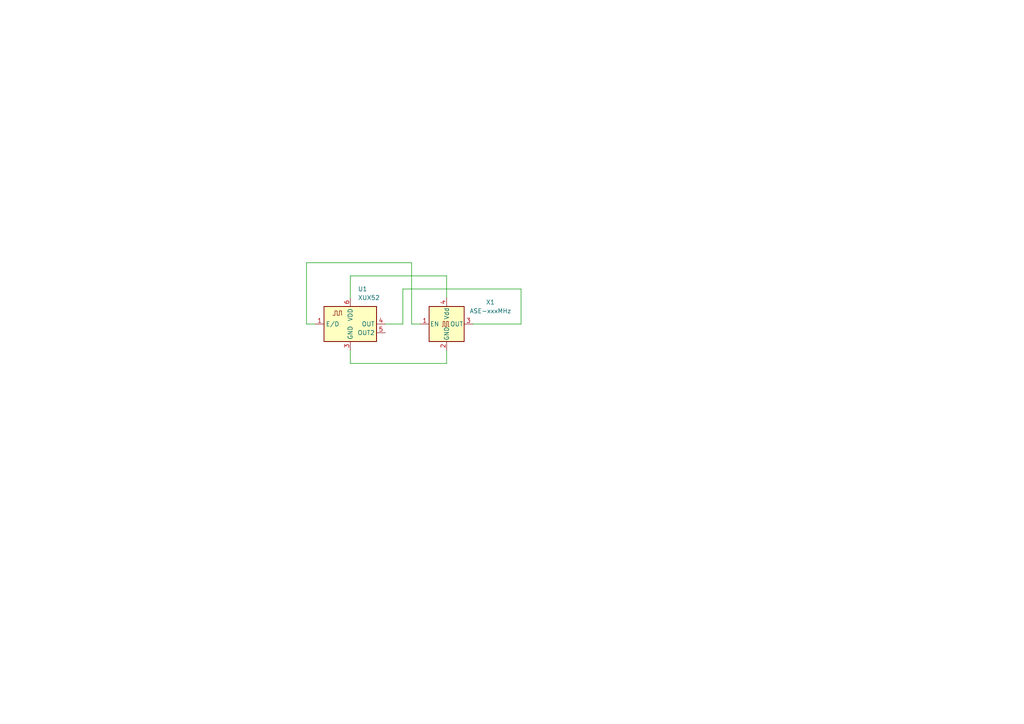
<source format=kicad_sch>
(kicad_sch (version 20231120) (generator "eeschema") (generator_version "8.0")
  (paper "A4")
  (lib_symbols
    (symbol "Oscillator:ASE-xxxMHz" (pin_names (offset 0.254))
      (property "Reference" "X" (at -5.08 6.35 0))
      (property "Value" "ASE-xxxMHz" (at 1.27 -6.35 0))
      (symbol "ASE-xxxMHz_0_1"
        (rectangle (start -5.08 5.08) (end 5.08 -5.08) (stroke (width 0.254)) (fill (type background)))
        (polyline (pts (xy -1.27 -0.762) (xy -1.016 -0.762) (xy -1.016 0.762) (xy -0.508 0.762) (xy -0.508 -0.762) (xy 0 -0.762) (xy 0 0.762) (xy 0.508 0.762) (xy 0.508 -0.762) (xy 0.762 -0.762)))
      )
      (symbol "ASE-xxxMHz_1_1"
        (pin input line (at -7.62 0 0) (length 2.54) (name "EN") (number "1"))
        (pin power_in line (at 0 -7.62 90) (length 2.54) (name "GND") (number "2"))
        (pin output line (at 7.62 0 180) (length 2.54) (name "OUT") (number "3"))
        (pin power_in line (at 0 7.62 270) (length 2.54) (name "Vdd") (number "4"))
      )
    )
    (symbol "Oscillator:XUX52"
      (property "Reference" "U" (at -6.35 6.35 0))
      (property "Value" "XUX52" (at 5.08 6.35 0))
      (symbol "XUX52_0_1"
        (rectangle (start -7.62 5.08) (end 7.62 -5.08) (stroke (width 0.254)) (fill (type background)))
        (polyline (pts (xy -5.08 2.54) (xy -4.445 2.54) (xy -4.445 3.81) (xy -3.81 3.81) (xy -3.81 2.54) (xy -3.175 2.54) (xy -3.175 3.81) (xy -2.54 3.81) (xy -2.54 2.54)))
      )
      (symbol "XUX52_1_1"
        (pin input line (at -10.16 0 0) (length 2.54) (name "E/D") (number "1"))
        (pin no_connect line (at -7.62 -2.54 0) (length 2.54) hide (name "NC") (number "2"))
        (pin power_in line (at 0 -7.62 90) (length 2.54) (name "GND") (number "3"))
        (pin output line (at 10.16 0 180) (length 2.54) (name "OUT") (number "4"))
        (pin output line (at 10.16 -2.54 180) (length 2.54) (name "OUT2") (number "5"))
        (pin power_in line (at 0 7.62 270) (length 2.54) (name "VDD") (number "6"))
      )
    )
  )
  (wire (pts (xy 129.54 80.01) (xy 129.54 86.36)))
  (wire (pts (xy 101.6 101.6) (xy 101.6 105.41)))
  (wire (pts (xy 119.38 93.98) (xy 121.92 93.98)))
  (wire (pts (xy 129.54 105.41) (xy 129.54 101.6)))
  (wire (pts (xy 151.13 83.82) (xy 151.13 93.98)))
  (wire (pts (xy 119.38 76.2) (xy 119.38 93.98)))
  (wire (pts (xy 91.44 93.98) (xy 88.9 93.98)))
  (wire (pts (xy 116.84 93.98) (xy 116.84 83.82)))
  (wire (pts (xy 116.84 83.82) (xy 151.13 83.82)))
  (wire (pts (xy 101.6 86.36) (xy 101.6 80.01)))
  (wire (pts (xy 88.9 93.98) (xy 88.9 76.2)))
  (wire (pts (xy 111.76 93.98) (xy 116.84 93.98)))
  (wire (pts (xy 88.9 76.2) (xy 119.38 76.2)))
  (wire (pts (xy 151.13 93.98) (xy 137.16 93.98)))
  (wire (pts (xy 101.6 105.41) (xy 129.54 105.41)))
  (wire (pts (xy 101.6 80.01) (xy 129.54 80.01)))
  (symbol (lib_id "Oscillator:XUX52") (at 101.6 93.98 0) (unit 1)
    (property "Reference" "U1" (at 103.7941 83.82 0) (effects (justify left)))
    (property "Value" "XUX52" (at 103.7941 86.36 0) (effects (justify left)))
    (property "Footprint" "Oscillator:Oscillator_SMD_IDT_JS6-6_5.0x3.2mm_P1.27mm" (effects (hide yes)))
    (property "Datasheet" "https://www.renesas.com/us/en/document/dst/xu-family-low-phase-noise-quartz-based-pll-oscillators-datasheet" (effects (hide yes)))
    (property "Description" "Low phase noise, quartz-based PLL oscillator, 0.016-1500 MHz, complementary output" (effects (hide yes)))
  )
  (symbol (lib_id "Oscillator:ASE-xxxMHz") (at 129.54 93.98 0) (unit 1)
    (property "Reference" "X1" (at 142.24 87.6614 0))
    (property "Value" "ASE-xxxMHz" (at 142.24 90.2014 0))
    (property "Footprint" "Oscillator:Oscillator_SMD_Abracon_ASE-4Pin_3.2x2.5mm" (effects (hide yes)))
    (property "Datasheet" "http://www.abracon.com/Oscillators/ASV.pdf" (effects (hide yes)))
    (property "Description" "3.3V CMOS SMD Crystal Clock Oscillator, Abracon" (effects (hide yes)))
  )
)
</source>
